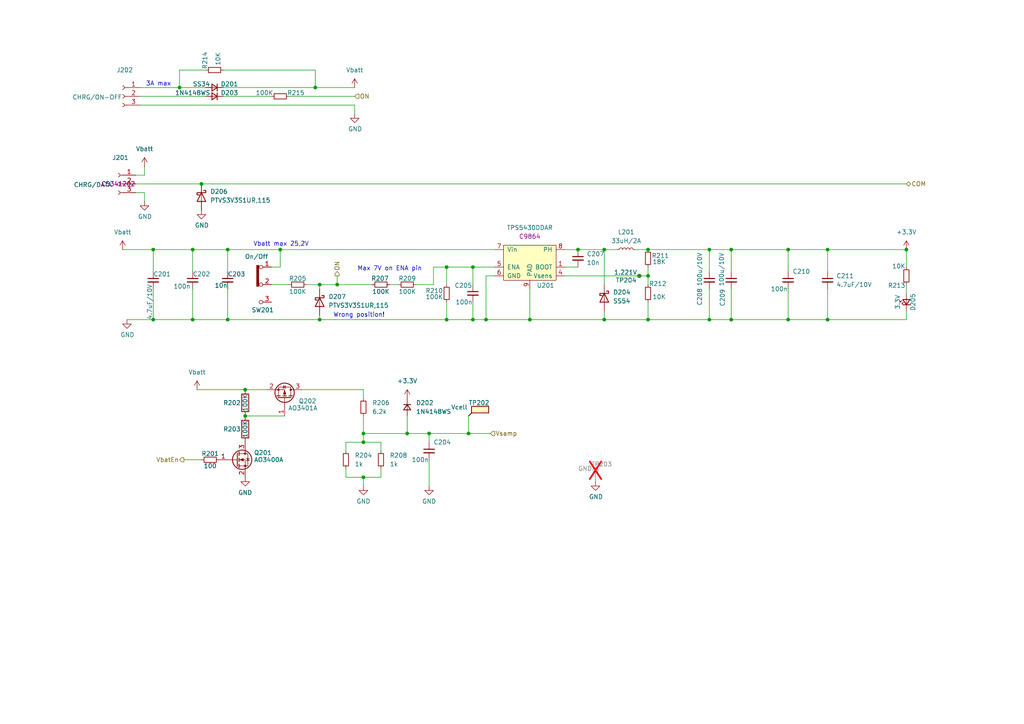
<source format=kicad_sch>
(kicad_sch (version 20241209) (generator "eeschema") (generator_version "9.0")
  (paper "A4")
  (lib_symbols
    (symbol "+3.3V_1" (power) (pin_numbers (hide yes)) (pin_names (offset 0) (hide yes))
      (property "Value" "+3.3V" (at 0 3.556 0))
      (symbol "+3.3V_1_0_1"
        (polyline (pts (xy -0.762 1.27) (xy 0 2.54)))
        (polyline (pts (xy 0 2.54) (xy 0.762 1.27)))
        (polyline (pts (xy 0 0) (xy 0 2.54)))
      )
      (symbol "+3.3V_1_1_1"
        (pin power_in line (at 0 0 90) (length 0) (name "~") (number "1"))
      )
    )
    (symbol "Connector:Conn_01x03_Socket" (pin_names (offset 1.016) (hide yes))
      (property "Reference" "J" (at 0 5.08 0))
      (property "Value" "Conn_01x03_Socket" (at 0 -5.08 0))
      (symbol "Conn_01x03_Socket_1_1"
        (polyline (pts (xy -1.27 2.54) (xy -0.508 2.54)) (stroke (width 0.1524)))
        (polyline (pts (xy -1.27 0) (xy -0.508 0)) (stroke (width 0.1524)))
        (polyline (pts (xy -1.27 -2.54) (xy -0.508 -2.54)) (stroke (width 0.1524)))
        (arc (start 0 2.032) (mid -0.5058 2.54) (end 0 3.048) (stroke (width 0.1524)))
        (arc (start 0 -0.508) (mid -0.5058 0) (end 0 0.508) (stroke (width 0.1524)))
        (arc (start 0 -3.048) (mid -0.5058 -2.54) (end 0 -2.032) (stroke (width 0.1524)))
        (pin passive line (at -5.08 2.54 0) (length 3.81) (name "Pin_1") (number "1"))
        (pin passive line (at -5.08 0 0) (length 3.81) (name "Pin_2") (number "2"))
        (pin passive line (at -5.08 -2.54 0) (length 3.81) (name "Pin_3") (number "3"))
      )
    )
    (symbol "Connector:TestPoint" (pin_numbers (hide yes)) (pin_names (offset 0.762) (hide yes))
      (property "Reference" "TP" (at 0 6.858 0))
      (property "Value" "TestPoint" (at 0 5.08 0))
      (symbol "TestPoint_0_1"
        (circle (center 0 3.302) (radius 0.762))
      )
      (symbol "TestPoint_1_1"
        (pin passive line (at 0 0 90) (length 2.54) (name "1") (number "1"))
      )
    )
    (symbol "Connector:TestPoint_Flag" (pin_numbers (hide yes)) (pin_names (offset 0.762) (hide yes))
      (property "Reference" "TP" (at 3.429 1.778 0))
      (property "Value" "TestPoint_Flag" (at 3.302 4.191 0))
      (symbol "TestPoint_Flag_0_1"
        (polyline (pts (xy 0 0) (xy 0.889 0.889)) (stroke (width 0.254)))
        (rectangle (start 0.889 2.794) (end 5.842 0.889) (stroke (width 0.254)) (fill (type background)))
      )
      (symbol "TestPoint_Flag_1_1"
        (pin passive line (at 0 0 90) (length 0) (name "1") (number "1"))
      )
    )
    (symbol "Connector:TestPoint_Small" (pin_numbers (hide yes)) (pin_names (offset 0.762) (hide yes))
      (property "Reference" "TP" (at 0 3.81 0))
      (property "Value" "TestPoint_Small" (at 0 2.032 0))
      (symbol "TestPoint_Small_0_1"
        (circle (center 0 0) (radius 0.508))
      )
      (symbol "TestPoint_Small_1_1"
        (pin passive line (at 0 0 90) (length 0) (name "1") (number "1"))
      )
    )
    (symbol "Device:C_Small" (pin_numbers (hide yes)) (pin_names (offset 0.254) (hide yes))
      (property "Reference" "C" (at 0.254 1.778 0))
      (property "Value" "C_Small" (at 0.254 -2.032 0))
      (symbol "C_Small_0_1"
        (polyline (pts (xy -1.524 0.508) (xy 1.524 0.508)) (stroke (width 0.3048)))
        (polyline (pts (xy -1.524 -0.508) (xy 1.524 -0.508)) (stroke (width 0.3302)))
      )
      (symbol "C_Small_1_1"
        (pin passive line (at 0 2.54 270) (length 2.032) (name "~") (number "1"))
        (pin passive line (at 0 -2.54 90) (length 2.032) (name "~") (number "2"))
      )
    )
    (symbol "Device:D_Schottky" (pin_numbers (hide yes)) (pin_names (offset 1.016) (hide yes))
      (property "Reference" "D" (at 0 2.54 0))
      (property "Value" "D_Schottky" (at 0 -2.54 0))
      (symbol "D_Schottky_0_1"
        (polyline (pts (xy -1.905 0.635) (xy -1.905 1.27) (xy -1.27 1.27) (xy -1.27 -1.27) (xy -0.635 -1.27) (xy -0.635 -0.635)) (stroke (width 0.254)))
        (polyline (pts (xy 1.27 1.27) (xy 1.27 -1.27) (xy -1.27 0) (xy 1.27 1.27)) (stroke (width 0.254)))
        (polyline (pts (xy 1.27 0) (xy -1.27 0)))
      )
      (symbol "D_Schottky_1_1"
        (pin passive line (at -3.81 0 0) (length 2.54) (name "K") (number "1"))
        (pin passive line (at 3.81 0 180) (length 2.54) (name "A") (number "2"))
      )
    )
    (symbol "Device:D_Small" (pin_numbers (hide yes)) (pin_names (offset 0.254) (hide yes))
      (property "Reference" "D" (at -1.27 2.032 0))
      (property "Value" "D_Small" (at -3.81 -2.032 0))
      (symbol "D_Small_0_1"
        (polyline (pts (xy -0.762 0) (xy 0.762 0)))
        (polyline (pts (xy -0.762 -1.016) (xy -0.762 1.016)) (stroke (width 0.254)))
        (polyline (pts (xy 0.762 -1.016) (xy -0.762 0) (xy 0.762 1.016) (xy 0.762 -1.016)) (stroke (width 0.254)))
      )
      (symbol "D_Small_1_1"
        (pin passive line (at -2.54 0 0) (length 1.778) (name "K") (number "1"))
        (pin passive line (at 2.54 0 180) (length 1.778) (name "A") (number "2"))
      )
    )
    (symbol "Device:LED_Small" (pin_numbers (hide yes)) (pin_names (offset 0.254) (hide yes))
      (property "Reference" "D" (at -1.27 3.175 0))
      (property "Value" "LED_Small" (at -4.445 -2.54 0))
      (symbol "LED_Small_0_1"
        (polyline (pts (xy -0.762 -1.016) (xy -0.762 1.016)) (stroke (width 0.254)))
        (polyline (pts (xy 0 0.762) (xy -0.508 1.27) (xy -0.254 1.27) (xy -0.508 1.27) (xy -0.508 1.016)))
        (polyline (pts (xy 0.508 1.27) (xy 0 1.778) (xy 0.254 1.778) (xy 0 1.778) (xy 0 1.524)))
        (polyline (pts (xy 0.762 -1.016) (xy -0.762 0) (xy 0.762 1.016) (xy 0.762 -1.016)) (stroke (width 0.254)))
        (polyline (pts (xy 1.016 0) (xy -0.762 0)))
      )
      (symbol "LED_Small_1_1"
        (pin passive line (at -2.54 0 0) (length 1.778) (name "K") (number "1"))
        (pin passive line (at 2.54 0 180) (length 1.778) (name "A") (number "2"))
      )
    )
    (symbol "Device:L_Small" (pin_numbers (hide yes)) (pin_names (offset 0.254) (hide yes))
      (property "Reference" "L" (at 0.762 1.016 0))
      (property "Value" "L_Small" (at 0.762 -1.016 0))
      (symbol "L_Small_0_1"
        (arc (start 0 2.032) (mid 0.5058 1.524) (end 0 1.016))
        (arc (start 0 1.016) (mid 0.5058 0.508) (end 0 0))
        (arc (start 0 0) (mid 0.5058 -0.508) (end 0 -1.016))
        (arc (start 0 -1.016) (mid 0.5058 -1.524) (end 0 -2.032))
      )
      (symbol "L_Small_1_1"
        (pin passive line (at 0 2.54 270) (length 0.508) (name "~") (number "1"))
        (pin passive line (at 0 -2.54 90) (length 0.508) (name "~") (number "2"))
      )
    )
    (symbol "Device:R" (pin_numbers (hide yes)) (pin_names (offset 0))
      (property "Reference" "R" (at 2.032 0 90))
      (property "Value" "R" (at 0 0 90))
      (symbol "R_0_1"
        (rectangle (start -1.016 -2.54) (end 1.016 2.54) (stroke (width 0.254)))
      )
      (symbol "R_1_1"
        (pin passive line (at 0 3.81 270) (length 1.27) (name "~") (number "1"))
        (pin passive line (at 0 -3.81 90) (length 1.27) (name "~") (number "2"))
      )
    )
    (symbol "Device:R_Small" (pin_numbers (hide yes)) (pin_names (offset 0.254) (hide yes))
      (property "Reference" "R" (at 0.762 0.508 0))
      (property "Value" "R_Small" (at 0.762 -1.016 0))
      (symbol "R_Small_0_1"
        (rectangle (start -0.762 1.778) (end 0.762 -1.778) (stroke (width 0.2032)))
      )
      (symbol "R_Small_1_1"
        (pin passive line (at 0 2.54 270) (length 0.762) (name "~") (number "1"))
        (pin passive line (at 0 -2.54 90) (length 0.762) (name "~") (number "2"))
      )
    )
    (symbol "Diode:BAT43W-V" (pin_numbers (hide yes)) (pin_names (offset 1.016) (hide yes))
      (property "Reference" "D" (at 0 2.54 0))
      (property "Value" "BAT43W-V" (at 0 -2.54 0))
      (symbol "BAT43W-V_0_1"
        (polyline (pts (xy -1.905 0.635) (xy -1.905 1.27) (xy -1.27 1.27) (xy -1.27 -1.27) (xy -0.635 -1.27) (xy -0.635 -0.635)) (stroke (width 0.254)))
        (polyline (pts (xy 1.27 1.27) (xy 1.27 -1.27) (xy -1.27 0) (xy 1.27 1.27)) (stroke (width 0.254)))
        (polyline (pts (xy 1.27 0) (xy -1.27 0)))
      )
      (symbol "BAT43W-V_1_1"
        (pin passive line (at -3.81 0 0) (length 2.54) (name "K") (number "1"))
        (pin passive line (at 3.81 0 180) (length 2.54) (name "A") (number "2"))
      )
    )
    (symbol "NicE:SW_slide_SP"
      (property "Reference" "SW" (at 1.524 6.858 0))
      (property "Value" "?" (at 2.54 0 0))
      (symbol "SW_slide_SP_0_0"
        (circle (center 0.508 5.08) (radius 0.508))
        (circle (center 0.508 -5.08) (radius 0.508))
      )
      (symbol "SW_slide_SP_0_1"
        (circle (center 0.508 0) (radius 0.508))
      )
      (symbol "SW_slide_SP_1_1"
        (rectangle (start 1.143 5.588) (end 1.778 -0.508) (fill (type outline)))
        (pin passive line (at -2.54 5.08 0) (length 2.54) (name "") (number "1"))
        (pin passive line (at -2.54 0 0) (length 2.54) (name "") (number "2"))
        (pin passive line (at -2.54 -5.08 0) (length 2.54) (name "") (number "3"))
      )
    )
    (symbol "NicE:TPS5430DDAR" (pin_names (offset 1.016))
      (property "Reference" "U" (at -6.35 6.35 0))
      (property "Value" "TPS5430DDAR" (at 0 1.27 0))
      (property "LCSC" "C9864" (at 0 0 0))
      (symbol "TPS5430DDAR_0_1"
        (rectangle (start 7.62 -5.08) (end -7.62 5.08) (fill (type background)))
      )
      (symbol "TPS5430DDAR_1_1"
        (pin power_in line (at -10.16 3.81 0) (length 2.54) (name "Vin") (number "7"))
        (pin input line (at -10.16 -1.27 0) (length 2.54) (name "ENA") (number "5"))
        (pin passive line (at -10.16 -3.81 0) (length 2.54) (name "GND") (number "6"))
        (pin passive line (at 0 -7.62 90) (length 2.54) (name "PAD") (number "9"))
        (pin no_connect line (at 1.27 -7.62 0) (length 2.54) (hide yes) (name "NC") (number "2"))
        (pin no_connect line (at 1.27 -10.16 0) (length 2.54) (hide yes) (name "NC") (number "3"))
        (pin power_out line (at 10.16 3.81 180) (length 2.54) (name "PH") (number "8"))
        (pin input line (at 10.16 -1.27 180) (length 2.54) (name "BOOT") (number "1"))
        (pin input line (at 10.16 -3.81 180) (length 2.54) (name "Vsens") (number "4"))
      )
    )
    (symbol "Transistor_FET:2N7002" (pin_names (hide yes))
      (property "Reference" "Q" (at 5.08 1.905 0))
      (property "Value" "2N7002" (at 5.08 0 0))
      (symbol "2N7002_0_1"
        (polyline (pts (xy 0.254 1.905) (xy 0.254 -1.905)) (stroke (width 0.254)))
        (polyline (pts (xy 0.254 0) (xy -2.54 0)))
        (polyline (pts (xy 0.762 2.286) (xy 0.762 1.27)) (stroke (width 0.254)))
        (polyline (pts (xy 0.762 0.508) (xy 0.762 -0.508)) (stroke (width 0.254)))
        (polyline (pts (xy 0.762 -1.27) (xy 0.762 -2.286)) (stroke (width 0.254)))
        (polyline (pts (xy 0.762 -1.778) (xy 3.302 -1.778) (xy 3.302 1.778) (xy 0.762 1.778)))
        (polyline (pts (xy 1.016 0) (xy 2.032 0.381) (xy 2.032 -0.381) (xy 1.016 0)) (fill (type outline)))
        (circle (center 1.651 0) (radius 2.794) (stroke (width 0.254)))
        (polyline (pts (xy 2.54 2.54) (xy 2.54 1.778)))
        (circle (center 2.54 1.778) (radius 0.254) (fill (type outline)))
        (circle (center 2.54 -1.778) (radius 0.254) (fill (type outline)))
        (polyline (pts (xy 2.54 -2.54) (xy 2.54 0) (xy 0.762 0)))
        (polyline (pts (xy 2.794 0.508) (xy 2.921 0.381) (xy 3.683 0.381) (xy 3.81 0.254)))
        (polyline (pts (xy 3.302 0.381) (xy 2.921 -0.254) (xy 3.683 -0.254) (xy 3.302 0.381)))
      )
      (symbol "2N7002_1_1"
        (pin input line (at -5.08 0 0) (length 2.54) (name "G") (number "1"))
        (pin passive line (at 2.54 5.08 270) (length 2.54) (name "D") (number "3"))
        (pin passive line (at 2.54 -5.08 90) (length 2.54) (name "S") (number "2"))
      )
    )
    (symbol "Transistor_FET:AO3401A" (pin_names (hide yes))
      (property "Reference" "Q" (at 5.08 1.905 0))
      (property "Value" "AO3401A" (at 5.08 0 0))
      (symbol "AO3401A_0_1"
        (polyline (pts (xy 0.254 1.905) (xy 0.254 -1.905)) (stroke (width 0.254)))
        (polyline (pts (xy 0.254 0) (xy -2.54 0)))
        (polyline (pts (xy 0.762 2.286) (xy 0.762 1.27)) (stroke (width 0.254)))
        (polyline (pts (xy 0.762 1.778) (xy 3.302 1.778) (xy 3.302 -1.778) (xy 0.762 -1.778)))
        (polyline (pts (xy 0.762 0.508) (xy 0.762 -0.508)) (stroke (width 0.254)))
        (polyline (pts (xy 0.762 -1.27) (xy 0.762 -2.286)) (stroke (width 0.254)))
        (circle (center 1.651 0) (radius 2.794) (stroke (width 0.254)))
        (polyline (pts (xy 2.286 0) (xy 1.27 0.381) (xy 1.27 -0.381) (xy 2.286 0)) (fill (type outline)))
        (polyline (pts (xy 2.54 2.54) (xy 2.54 1.778)))
        (circle (center 2.54 1.778) (radius 0.254) (fill (type outline)))
        (circle (center 2.54 -1.778) (radius 0.254) (fill (type outline)))
        (polyline (pts (xy 2.54 -2.54) (xy 2.54 0) (xy 0.762 0)))
        (polyline (pts (xy 2.794 -0.508) (xy 2.921 -0.381) (xy 3.683 -0.381) (xy 3.81 -0.254)))
        (polyline (pts (xy 3.302 -0.381) (xy 2.921 0.254) (xy 3.683 0.254) (xy 3.302 -0.381)))
      )
      (symbol "AO3401A_1_1"
        (pin input line (at -5.08 0 0) (length 2.54) (name "G") (number "1"))
        (pin passive line (at 2.54 5.08 270) (length 2.54) (name "D") (number "3"))
        (pin passive line (at 2.54 -5.08 90) (length 2.54) (name "S") (number "2"))
      )
    )
    (symbol "power:+3.3V" (power) (pin_names (offset 0))
      (property "Value" "+3.3V" (at 0 3.556 0))
      (symbol "+3.3V_0_1"
        (polyline (pts (xy -0.762 1.27) (xy 0 2.54)))
        (polyline (pts (xy 0 2.54) (xy 0.762 1.27)))
        (polyline (pts (xy 0 0) (xy 0 2.54)))
      )
      (symbol "+3.3V_1_1"
        (pin power_in line (at 0 0 90) (length 0) (hide yes) (name "+3.3V") (number "1"))
      )
    )
    (symbol "power:GND" (power) (pin_names (offset 0))
      (property "Value" "GND" (at 0 -3.81 0))
      (symbol "GND_0_1"
        (polyline (pts (xy 0 0) (xy 0 -1.27) (xy 1.27 -1.27) (xy 0 -2.54) (xy -1.27 -1.27) (xy 0 -1.27)))
      )
      (symbol "GND_1_1"
        (pin power_in line (at 0 0 270) (length 0) (hide yes) (name "GND") (number "1"))
      )
    )
  )
  (text "Max 7V on ENA pin" (at 113.03 77.978 0) (effects (font (size 1.27 1.27))))
  (text "Wrong position!" (at 104.14 91.44 0) (effects (font (size 1.27 1.27))))
  (text "Vbatt max 25,2V" (at 81.534 70.866 0) (effects (font (size 1.27 1.27))))
  (text "3A max" (at 45.974 24.384 0) (effects (font (size 1.27 1.27))))
  (junction (at 92.71 92.71))
  (junction (at 55.88 92.71))
  (junction (at 228.6 92.71))
  (junction (at 52.07 25.4))
  (junction (at 167.64 72.39))
  (junction (at 129.54 77.47))
  (junction (at 129.54 92.71))
  (junction (at 187.96 92.71))
  (junction (at 205.74 72.39))
  (junction (at 228.6 72.39))
  (junction (at 135.89 125.73))
  (junction (at 187.96 72.39))
  (junction (at 44.45 92.71))
  (junction (at 187.96 80.01))
  (junction (at 205.74 92.71))
  (junction (at 175.26 72.39))
  (junction (at 97.79 82.55))
  (junction (at 262.89 72.39))
  (junction (at 71.12 113.03))
  (junction (at 44.45 72.39))
  (junction (at 140.97 92.71))
  (junction (at 118.11 125.73))
  (junction (at 240.03 72.39))
  (junction (at 55.88 72.39))
  (junction (at 105.41 125.73))
  (junction (at 66.04 92.71))
  (junction (at 153.67 92.71))
  (junction (at 92.71 82.55))
  (junction (at 175.26 92.71))
  (junction (at 185.42 80.01))
  (junction (at 91.44 25.4))
  (junction (at 66.04 72.39))
  (junction (at 81.28 72.39))
  (junction (at 212.09 92.71))
  (junction (at 240.03 92.71))
  (junction (at 137.16 92.71))
  (junction (at 124.46 125.73))
  (junction (at 212.09 72.39))
  (junction (at 105.41 128.27))
  (junction (at 58.42 53.34))
  (junction (at 71.12 120.65))
  (junction (at 137.16 77.47))
  (junction (at 105.41 138.43))
  (wire (pts (xy 153.67 83.82) (xy 153.67 92.71)))
  (wire (pts (xy 58.42 53.34) (xy 262.89 53.34)))
  (wire (pts (xy 64.77 20.32) (xy 91.44 20.32)))
  (wire (pts (xy 55.88 72.39) (xy 66.04 72.39)))
  (wire (pts (xy 40.64 27.94) (xy 59.69 27.94)))
  (wire (pts (xy 228.6 92.71) (xy 228.6 83.82)))
  (wire (pts (xy 140.97 80.01) (xy 140.97 92.71)))
  (wire (pts (xy 187.96 77.47) (xy 187.96 80.01)))
  (wire (pts (xy 212.09 83.82) (xy 212.09 92.71)))
  (wire (pts (xy 40.64 30.48) (xy 102.87 30.48)))
  (wire (pts (xy 36.83 92.71) (xy 44.45 92.71)))
  (wire (pts (xy 53.34 133.35) (xy 58.42 133.35)))
  (wire (pts (xy 120.65 82.55) (xy 125.73 82.55)))
  (wire (pts (xy 240.03 72.39) (xy 240.03 78.74)))
  (wire (pts (xy 205.74 72.39) (xy 205.74 78.74)))
  (wire (pts (xy 124.46 133.35) (xy 124.46 140.97)))
  (wire (pts (xy 52.07 25.4) (xy 59.69 25.4)))
  (wire (pts (xy 78.74 82.55) (xy 83.82 82.55)))
  (wire (pts (xy 262.89 82.55) (xy 262.89 85.09)))
  (wire (pts (xy 44.45 83.82) (xy 44.45 92.71)))
  (wire (pts (xy 64.77 27.94) (xy 78.74 27.94)))
  (wire (pts (xy 52.07 20.32) (xy 52.07 25.4)))
  (wire (pts (xy 184.15 72.39) (xy 187.96 72.39)))
  (wire (pts (xy 175.26 90.17) (xy 175.26 92.71)))
  (wire (pts (xy 102.87 30.48) (xy 102.87 33.02)))
  (wire (pts (xy 81.28 72.39) (xy 81.28 77.47)))
  (wire (pts (xy 135.89 125.73) (xy 142.24 125.73)))
  (wire (pts (xy 110.49 135.89) (xy 110.49 138.43)))
  (wire (pts (xy 41.91 50.8) (xy 41.91 48.26)))
  (wire (pts (xy 110.49 130.81) (xy 110.49 128.27)))
  (wire (pts (xy 105.41 138.43) (xy 100.33 138.43)))
  (wire (pts (xy 175.26 72.39) (xy 179.07 72.39)))
  (wire (pts (xy 91.44 25.4) (xy 102.87 25.4)))
  (wire (pts (xy 205.74 72.39) (xy 212.09 72.39)))
  (wire (pts (xy 167.64 72.39) (xy 163.83 72.39)))
  (wire (pts (xy 100.33 135.89) (xy 100.33 138.43)))
  (wire (pts (xy 167.64 72.39) (xy 175.26 72.39)))
  (wire (pts (xy 129.54 92.71) (xy 137.16 92.71)))
  (wire (pts (xy 71.12 120.65) (xy 82.55 120.65)))
  (wire (pts (xy 129.54 77.47) (xy 129.54 82.55)))
  (wire (pts (xy 212.09 72.39) (xy 228.6 72.39)))
  (wire (pts (xy 97.79 80.01) (xy 97.79 82.55)))
  (wire (pts (xy 35.56 72.39) (xy 44.45 72.39)))
  (wire (pts (xy 66.04 83.82) (xy 66.04 92.71)))
  (wire (pts (xy 44.45 92.71) (xy 55.88 92.71)))
  (wire (pts (xy 105.41 138.43) (xy 110.49 138.43)))
  (wire (pts (xy 137.16 77.47) (xy 143.51 77.47)))
  (wire (pts (xy 187.96 72.39) (xy 205.74 72.39)))
  (wire (pts (xy 91.44 20.32) (xy 91.44 25.4)))
  (wire (pts (xy 113.03 82.55) (xy 115.57 82.55)))
  (wire (pts (xy 118.11 125.73) (xy 124.46 125.73)))
  (wire (pts (xy 105.41 138.43) (xy 105.41 140.97)))
  (wire (pts (xy 124.46 125.73) (xy 124.46 128.27)))
  (wire (pts (xy 39.37 53.34) (xy 58.42 53.34)))
  (wire (pts (xy 87.63 113.03) (xy 105.41 113.03)))
  (wire (pts (xy 228.6 72.39) (xy 240.03 72.39)))
  (wire (pts (xy 125.73 77.47) (xy 129.54 77.47)))
  (wire (pts (xy 40.64 25.4) (xy 52.07 25.4)))
  (wire (pts (xy 64.77 25.4) (xy 91.44 25.4)))
  (wire (pts (xy 187.96 92.71) (xy 187.96 87.63)))
  (wire (pts (xy 92.71 82.55) (xy 92.71 83.82)))
  (wire (pts (xy 92.71 82.55) (xy 97.79 82.55)))
  (wire (pts (xy 240.03 83.82) (xy 240.03 92.71)))
  (wire (pts (xy 97.79 82.55) (xy 107.95 82.55)))
  (wire (pts (xy 59.69 20.32) (xy 52.07 20.32)))
  (wire (pts (xy 39.37 55.88) (xy 41.91 55.88)))
  (wire (pts (xy 228.6 72.39) (xy 228.6 78.74)))
  (wire (pts (xy 187.96 92.71) (xy 205.74 92.71)))
  (wire (pts (xy 212.09 72.39) (xy 212.09 78.74)))
  (wire (pts (xy 83.82 27.94) (xy 102.87 27.94)))
  (wire (pts (xy 205.74 83.82) (xy 205.74 92.71)))
  (wire (pts (xy 185.42 80.01) (xy 187.96 80.01)))
  (wire (pts (xy 262.89 92.71) (xy 240.03 92.71)))
  (wire (pts (xy 81.28 72.39) (xy 143.51 72.39)))
  (wire (pts (xy 44.45 72.39) (xy 44.45 78.74)))
  (wire (pts (xy 44.45 72.39) (xy 55.88 72.39)))
  (wire (pts (xy 129.54 77.47) (xy 137.16 77.47)))
  (wire (pts (xy 92.71 92.71) (xy 129.54 92.71)))
  (wire (pts (xy 66.04 72.39) (xy 81.28 72.39)))
  (wire (pts (xy 110.49 128.27) (xy 105.41 128.27)))
  (wire (pts (xy 163.83 77.47) (xy 167.64 77.47)))
  (wire (pts (xy 92.71 91.44) (xy 92.71 92.71)))
  (wire (pts (xy 71.12 113.03) (xy 77.47 113.03)))
  (wire (pts (xy 124.46 125.73) (xy 135.89 125.73)))
  (wire (pts (xy 137.16 92.71) (xy 140.97 92.71)))
  (wire (pts (xy 118.11 120.65) (xy 118.11 125.73)))
  (wire (pts (xy 66.04 72.39) (xy 66.04 78.74)))
  (wire (pts (xy 129.54 87.63) (xy 129.54 92.71)))
  (wire (pts (xy 137.16 87.63) (xy 137.16 92.71)))
  (wire (pts (xy 240.03 72.39) (xy 262.89 72.39)))
  (wire (pts (xy 105.41 125.73) (xy 105.41 128.27)))
  (wire (pts (xy 55.88 92.71) (xy 66.04 92.71)))
  (wire (pts (xy 66.04 92.71) (xy 92.71 92.71)))
  (wire (pts (xy 175.26 82.55) (xy 175.26 72.39)))
  (wire (pts (xy 100.33 128.27) (xy 100.33 130.81)))
  (wire (pts (xy 41.91 55.88) (xy 41.91 58.42)))
  (wire (pts (xy 125.73 77.47) (xy 125.73 82.55)))
  (wire (pts (xy 140.97 92.71) (xy 153.67 92.71)))
  (wire (pts (xy 175.26 92.71) (xy 187.96 92.71)))
  (wire (pts (xy 205.74 92.71) (xy 212.09 92.71)))
  (wire (pts (xy 137.16 77.47) (xy 137.16 82.55)))
  (wire (pts (xy 187.96 80.01) (xy 187.96 82.55)))
  (wire (pts (xy 57.15 113.03) (xy 71.12 113.03)))
  (wire (pts (xy 78.74 77.47) (xy 81.28 77.47)))
  (wire (pts (xy 143.51 80.01) (xy 140.97 80.01)))
  (wire (pts (xy 212.09 92.71) (xy 228.6 92.71)))
  (wire (pts (xy 88.9 82.55) (xy 92.71 82.55)))
  (wire (pts (xy 105.41 113.03) (xy 105.41 115.57)))
  (wire (pts (xy 55.88 72.39) (xy 55.88 78.74)))
  (wire (pts (xy 228.6 92.71) (xy 240.03 92.71)))
  (wire (pts (xy 55.88 83.82) (xy 55.88 92.71)))
  (wire (pts (xy 105.41 125.73) (xy 118.11 125.73)))
  (wire (pts (xy 105.41 120.65) (xy 105.41 125.73)))
  (wire (pts (xy 262.89 72.39) (xy 262.89 77.47)))
  (wire (pts (xy 41.91 50.8) (xy 39.37 50.8)))
  (wire (pts (xy 153.67 92.71) (xy 175.26 92.71)))
  (wire (pts (xy 105.41 128.27) (xy 100.33 128.27)))
  (wire (pts (xy 135.89 120.65) (xy 135.89 125.73)))
  (wire (pts (xy 163.83 80.01) (xy 185.42 80.01)))
  (wire (pts (xy 262.89 90.17) (xy 262.89 92.71)))
  (hierarchical_label "ON" (shape input) (at 102.87 27.94 0))
  (hierarchical_label "COM" (shape bidirectional) (at 262.89 53.34 0))
  (hierarchical_label "ON" (shape output) (at 97.79 80.01 90))
  (hierarchical_label "VbatEn" (shape output) (at 53.34 133.35 180))
  (hierarchical_label "Vsamp" (shape input) (at 142.24 125.73 0))
  (symbol (lib_id "Device:R_Small") (at 118.11 82.55 270) (mirror x) (unit 1)
    (property "Reference" "R209" (at 115.57 80.772 90) (effects (justify left)))
    (property "Value" "100K" (at 115.57 84.582 90) (effects (justify left)))
    (property "Footprint" "A_Device:R_0603" (effects (hide yes)))
    (property "Description" "Resistor, small symbol" (effects (hide yes)))
    (property "LCSC" "C25804" (effects (hide yes)))
  )
  (symbol (lib_id "Device:R_Small") (at 86.36 82.55 90) (mirror x) (unit 1)
    (property "Reference" "R205" (at 88.9 80.772 90) (effects (justify left)))
    (property "Value" "100K" (at 88.9 84.582 90) (effects (justify left)))
    (property "Footprint" "A_Device:R_0603" (effects (hide yes)))
    (property "Description" "Resistor, small symbol" (effects (hide yes)))
    (property "LCSC" "C25804" (effects (hide yes)))
  )
  (symbol (lib_id "Device:C_Small") (at 55.88 81.28 0) (unit 1)
    (property "Reference" "C202" (at 55.88 79.502 0) (effects (justify left)))
    (property "Value" "100n" (at 50.292 83.058 0) (effects (justify left)))
    (property "Footprint" "A_Device:C_0603" (effects (hide yes)))
    (property "LCSC" "C14663" (effects (hide yes)))
  )
  (symbol (lib_id "Device:R_Small") (at 60.96 133.35 270) (unit 1)
    (property "Reference" "R201" (at 60.96 131.572 90))
    (property "Value" "100" (at 60.96 135.128 90))
    (property "Footprint" "A_Device:R_0603" (effects (hide yes)))
    (property "Description" "Resistor, small symbol" (effects (hide yes)))
    (property "LCSC" "C22775" (effects (hide yes)))
  )
  (symbol (lib_id "Transistor_FET:2N7002") (at 68.58 133.35 0) (unit 1)
    (property "Reference" "Q201" (at 73.66 131.318 0) (effects (justify left)))
    (property "Value" "AO3400A" (at 73.66 133.35 0) (effects (justify left)))
    (property "Footprint" "Package_TO_SOT_SMD:SOT-23" (effects (hide yes)))
    (property "Datasheet" "https://wmsc.lcsc.com/wmsc/upload/file/pdf/v2/lcsc/1811081213_Alpha---Omega-Semicon-AO3400A_C20917.pdf" (effects (hide yes)))
    (property "Description" "5.7A Id, 30V Vds, N-Channel MOSFET, SOT-23" (effects (hide yes)))
    (property "LCSC" "C20917" (effects (hide yes)))
  )
  (symbol (lib_id "Device:C_Small") (at 212.09 81.28 0) (unit 1)
    (property "Reference" "C209" (at 209.55 88.9 90) (effects (justify left)))
    (property "Value" "100u/10V" (at 209.296 83.058 90) (effects (justify left)))
    (property "Footprint" "Capacitor_SMD:C_1210_3225Metric" (effects (hide yes)))
    (property "LCSC" "C23742" (effects (hide yes)))
  )
  (symbol (lib_id "Device:D_Small") (at 62.23 27.94 180) (unit 1)
    (property "Reference" "D203" (at 66.548 26.924 0))
    (property "Value" "1N4148WS" (at 55.88 26.924 0))
    (property "Footprint" "A_Device:D_SOD-323_1.8x1.4x1.15" (effects (hide yes)))
    (property "Sim.Device" "D" (effects (hide yes)))
    (property "Sim.Pins" "1=K 2=A" (effects (hide yes)))
    (property "LCSC" "C2128" (effects (hide yes)))
  )
  (symbol (lib_id "Device:R_Small") (at 187.96 85.09 0) (unit 1)
    (property "Reference" "R212" (at 188.214 82.296 0) (effects (justify left)))
    (property "Value" "10K" (at 189.23 86.106 0) (effects (justify left)))
    (property "Footprint" "A_Device:R_0603" (effects (hide yes)))
    (property "Description" "Resistor, small symbol" (effects (hide yes)))
    (property "LCSC" "C25804" (effects (hide yes)))
  )
  (symbol (lib_id "Diode:BAT43W-V") (at 58.42 57.15 270) (unit 1)
    (property "Reference" "D206" (at 60.96 55.5624 90) (effects (justify left)))
    (property "Value" "PTVS3V3S1UR,115" (at 60.96 58.1024 90) (effects (justify left)))
    (property "Footprint" "Diode_SMD:D_SOD-123" (effects (hide yes)))
    (property "Datasheet" "chrome-extension://efaidnbmnnnibpcajpcglclefindmkaj/https://jlcpcb.com/api/file/downloadByFileSystemAccessId/8588905453615398912" (effects (hide yes)))
    (property "Description" "400 W Transient Voltage Suppressor" (effects (hide yes)))
    (property "LCSC" "C183521" (effects (hide yes)))
  )
  (symbol (lib_id "Device:C_Small") (at 240.03 81.28 0) (unit 1)
    (property "Reference" "C211" (at 242.57 80.0162 0) (effects (justify left)))
    (property "Value" "4.7uF/10V" (at 242.57 82.5562 0) (effects (justify left)))
    (property "Footprint" "A_Device:C_1206_(1.6)" (effects (hide yes)))
    (property "Description" "Unpolarized capacitor, small symbol" (effects (hide yes)))
    (property "LCSC" "C29823" (effects (hide yes)))
  )
  (symbol (lib_id "Connector:TestPoint") (at 172.72 139.7 0) (unit 1) (dnp yes)
    (property "Reference" "TP203" (at 171.45 134.62 0) (effects (justify left)))
    (property "Value" "GND" (at 167.64 135.89 0) (effects (justify left)))
    (property "Footprint" "TestPoint:TestPoint_Loop_D2.54mm_Drill1.5mm_Beaded" (effects (hide yes)))
    (property "Farnell" "-" (effects (hide yes)))
  )
  (symbol (lib_id "power:GND") (at 102.87 33.02 0) (unit 1)
    (property "Reference" "#PWR0213" (effects (hide yes)))
    (property "Value" "GND" (at 102.997 37.4142 0))
  )
  (symbol (lib_id "Connector:TestPoint_Small") (at 185.42 80.01 0) (unit 1) (in_bom no)
    (property "Reference" "TP204" (at 178.562 81.28 0) (effects (justify left)))
    (property "Value" "1.221V" (at 178.054 78.994 0) (effects (justify left)))
    (property "Footprint" "A_Pads_Pins:Testpad_1" (effects (hide yes)))
    (property "Description" "test point" (effects (hide yes)))
  )
  (symbol (lib_name "+3.3V_1") (lib_id "power:+3.3V") (at 57.15 113.03 0) (unit 1)
    (property "Reference" "#PWR0205" (effects (hide yes)))
    (property "Value" "Vbatt" (at 57.15 107.95 0))
    (property "Description" "Power symbol creates a global label with name \"+3.3V\"" (effects (hide yes)))
  )
  (symbol (lib_id "Device:R_Small") (at 62.23 20.32 90) (unit 1)
    (property "Reference" "R214" (at 59.436 20.066 0) (effects (justify left)))
    (property "Value" "10K" (at 63.246 19.05 0) (effects (justify left)))
    (property "Footprint" "A_Device:R_0603" (effects (hide yes)))
    (property "Description" "Resistor, small symbol" (effects (hide yes)))
    (property "LCSC" "C25804" (effects (hide yes)))
  )
  (symbol (lib_id "Device:R_Small") (at 100.33 133.35 0) (unit 1)
    (property "Reference" "R204" (at 102.87 132.08 0) (effects (justify left)))
    (property "Value" "1k" (at 102.87 134.62 0) (effects (justify left)))
    (property "Footprint" "A_Device:R_0603" (effects (hide yes)))
    (property "LCSC" "C21190" (effects (hide yes)))
  )
  (symbol (lib_id "power:GND") (at 124.46 140.97 0) (unit 1)
    (property "Reference" "#PWR0209" (effects (hide yes)))
    (property "Value" "GND" (at 124.46 145.415 0))
  )
  (symbol (lib_id "Connector:Conn_01x03_Socket") (at 34.29 53.34 0) (mirror y) (unit 1)
    (property "Reference" "J201" (at 34.925 45.72 0))
    (property "Value" "CHRG/DATA" (at 26.924 53.594 0))
    (property "Footprint" "Connector_JST:JST_XH_B3B-XH-A_1x03_P2.50mm_Vertical" (effects (hide yes)))
    (property "Description" "Generic connector, single row, 01x03, script generated" (effects (hide yes)))
    (property "LCSC" "C5341202" (at 34.29 53.34 0))
  )
  (symbol (lib_id "Device:R_Small") (at 129.54 85.09 0) (mirror y) (unit 1)
    (property "Reference" "R210" (at 128.524 84.328 0) (effects (justify left)))
    (property "Value" "100K" (at 128.524 86.106 0) (effects (justify left)))
    (property "Footprint" "A_Device:R_0603" (effects (hide yes)))
    (property "Description" "Resistor, small symbol" (effects (hide yes)))
    (property "LCSC" "C25804" (effects (hide yes)))
  )
  (symbol (lib_id "Device:C_Small") (at 228.6 81.28 0) (unit 1)
    (property "Reference" "C210" (at 229.87 78.74 0) (effects (justify left)))
    (property "Value" "100n" (at 223.52 83.82 0) (effects (justify left)))
    (property "Footprint" "A_Device:C_0603" (effects (hide yes)))
    (property "LCSC" "C14663" (effects (hide yes)))
  )
  (symbol (lib_id "Device:C_Small") (at 205.74 81.28 0) (unit 1)
    (property "Reference" "C208" (at 202.946 88.646 90) (effects (justify left)))
    (property "Value" "100u/10V" (at 202.946 83.058 90) (effects (justify left)))
    (property "Footprint" "Capacitor_SMD:C_1210_3225Metric" (effects (hide yes)))
    (property "LCSC" "C23742" (effects (hide yes)))
  )
  (symbol (lib_id "Device:R_Small") (at 105.41 118.11 0) (unit 1)
    (property "Reference" "R206" (at 107.95 116.84 0) (effects (justify left)))
    (property "Value" "6.2k" (at 107.95 119.38 0) (effects (justify left)))
    (property "Footprint" "A_Device:R_0603" (effects (hide yes)))
    (property "LCSC" "C25804" (effects (hide yes)))
  )
  (symbol (lib_id "Device:C_Small") (at 137.16 85.09 0) (unit 1)
    (property "Reference" "C205" (at 131.826 82.804 0) (effects (justify left)))
    (property "Value" "100n" (at 132.08 87.63 0) (effects (justify left)))
    (property "Footprint" "A_Device:C_0603" (effects (hide yes)))
    (property "LCSC" "C14663" (effects (hide yes)))
  )
  (symbol (lib_id "power:GND") (at 36.83 92.71 0) (unit 1)
    (property "Reference" "#PWR0204" (effects (hide yes)))
    (property "Value" "GND" (at 36.957 97.1042 0))
  )
  (symbol (lib_id "Transistor_FET:AO3401A") (at 82.55 115.57 270) (mirror x) (unit 1)
    (property "Reference" "Q202" (at 86.614 116.332 90) (effects (justify left)))
    (property "Value" "AO3401A" (at 83.566 118.364 90) (effects (justify left)))
    (property "Footprint" "Package_TO_SOT_SMD:SOT-23" (effects (hide yes)))
    (property "Datasheet" "http://www.aosmd.com/pdfs/datasheet/AO3401A.pdf" (effects (hide yes)))
    (property "Description" "-4.0A Id, -30V Vds, P-Channel MOSFET, SOT-23" (effects (hide yes)))
    (property "LCSC" "C15127" (effects (hide yes)))
  )
  (symbol (lib_id "Device:R_Small") (at 110.49 82.55 90) (mirror x) (unit 1)
    (property "Reference" "R207" (at 112.776 80.772 90) (effects (justify left)))
    (property "Value" "100K" (at 113.03 84.582 90) (effects (justify left)))
    (property "Footprint" "A_Device:R_0603" (effects (hide yes)))
    (property "Description" "Resistor, small symbol" (effects (hide yes)))
    (property "LCSC" "C25804" (effects (hide yes)))
  )
  (symbol (lib_id "power:GND") (at 71.12 138.43 0) (unit 1)
    (property "Reference" "#PWR0206" (effects (hide yes)))
    (property "Value" "GND" (at 71.12 142.875 0))
  )
  (symbol (lib_id "NicE:TPS5430DDAR") (at 153.67 76.2 0) (unit 1)
    (property "Reference" "U201" (at 158.242 82.804 0))
    (property "Value" "TPS5430DDAR" (at 153.67 66.04 0))
    (property "Footprint" "Package_SO:HTSOP-8-1EP_3.9x4.9mm_P1.27mm_EP2.4x3.2mm_ThermalVias" (effects (hide yes)))
    (property "Datasheet" "https://datasheet.lcsc.com/szlcsc/Texas-Instruments-TI-TPS5430DDAR_C9864.pdf" (effects (hide yes)))
    (property "Description" "Wide range step down converter 5.5V tot 36V" (effects (hide yes)))
    (property "LCSC" "C9864" (at 153.67 68.58 0))
  )
  (symbol (lib_id "Device:LED_Small") (at 262.89 87.63 90) (unit 1)
    (property "Reference" "D205" (at 264.795 87.63 0))
    (property "Value" "3.3V" (at 260.35 87.63 0))
    (property "Footprint" "A_Passive:LED_0805" (effects (hide yes)))
    (property "Datasheet" "https://datasheet.lcsc.com/szlcsc/Hubei-KENTO-Elec-KT-0603R_C2286.pdf" (effects (hide yes)))
    (property "LCSC" "C2297" (effects (hide yes)))
  )
  (symbol (lib_name "+3.3V_1") (lib_id "power:+3.3V") (at 41.91 48.26 0) (unit 1)
    (property "Reference" "#PWR0201" (effects (hide yes)))
    (property "Value" "Vbatt" (at 41.91 43.18 0))
    (property "Description" "Power symbol creates a global label with name \"+3.3V\"" (effects (hide yes)))
  )
  (symbol (lib_id "power:GND") (at 105.41 140.97 0) (unit 1)
    (property "Reference" "#PWR0207" (effects (hide yes)))
    (property "Value" "GND" (at 105.41 145.415 0))
  )
  (symbol (lib_id "Device:R_Small") (at 187.96 74.93 0) (unit 1)
    (property "Reference" "R211" (at 188.976 74.168 0) (effects (justify left)))
    (property "Value" "18K" (at 189.23 75.946 0) (effects (justify left)))
    (property "Footprint" "A_Device:R_0603" (effects (hide yes)))
    (property "Description" "Resistor, small symbol" (effects (hide yes)))
    (property "LCSC" "C25810" (effects (hide yes)))
  )
  (symbol (lib_name "+3.3V_1") (lib_id "power:+3.3V") (at 102.87 25.4 0) (unit 1)
    (property "Reference" "#PWR0212" (effects (hide yes)))
    (property "Value" "Vbatt" (at 102.87 20.32 0))
    (property "Description" "Power symbol creates a global label with name \"+3.3V\"" (effects (hide yes)))
  )
  (symbol (lib_id "Device:R") (at 71.12 116.84 180) (unit 1)
    (property "Reference" "R202" (at 69.85 116.84 0) (effects (justify left)))
    (property "Value" "100K" (at 71.12 116.84 90))
    (property "Footprint" "A_Device:R_0603" (effects (hide yes)))
    (property "Farnell" "2331736" (effects (hide yes)))
    (property "MF" "TE CONNECTIVITY" (effects (hide yes)))
    (property "MFN" "CRGH0603F10K" (effects (hide yes)))
    (property "LCSC" "C25804" (effects (hide yes)))
  )
  (symbol (lib_id "Device:D_Schottky") (at 175.26 86.36 270) (unit 1)
    (property "Reference" "D204" (at 177.8 84.7724 90) (effects (justify left)))
    (property "Value" "SS54" (at 177.8 87.3124 90) (effects (justify left)))
    (property "Footprint" "Diode_SMD:D_SMA" (effects (hide yes)))
    (property "Datasheet" "https://www.lcsc.com/datasheet/lcsc_datasheet_2407101107_MDD-Microdiode-Semiconductor-SS54_C22452.pdf" (effects (hide yes)))
    (property "Description" "Schottky diode" (effects (hide yes)))
    (property "LCSC" "C22452" (effects (hide yes)))
  )
  (symbol (lib_id "Device:R_Small") (at 110.49 133.35 0) (unit 1)
    (property "Reference" "R208" (at 113.03 132.08 0) (effects (justify left)))
    (property "Value" "1k" (at 113.03 134.62 0) (effects (justify left)))
    (property "Footprint" "A_Device:R_0603" (effects (hide yes)))
    (property "LCSC" "C21190" (effects (hide yes)))
  )
  (symbol (lib_id "Device:R_Small") (at 262.89 80.01 180) (unit 1)
    (property "Reference" "R213" (at 262.636 82.804 0) (effects (justify left)))
    (property "Value" "10K" (at 262.636 77.216 0) (effects (justify left)))
    (property "Footprint" "A_Device:R_0603" (effects (hide yes)))
    (property "Description" "Resistor, small symbol" (effects (hide yes)))
    (property "LCSC" "C25804" (effects (hide yes)))
  )
  (symbol (lib_id "Connector:TestPoint_Flag") (at 135.89 120.65 0) (unit 1) (in_bom no)
    (property "Reference" "TP202" (at 135.89 116.84 0) (effects (justify left)))
    (property "Value" "Vcell" (at 130.81 118.11 0) (effects (justify left)))
    (property "Footprint" "A_Pads_Pins:Testpad_1" (effects (hide yes)))
  )
  (symbol (lib_id "Device:C_Small") (at 124.46 130.81 0) (unit 1)
    (property "Reference" "C204" (at 125.73 128.27 0) (effects (justify left)))
    (property "Value" "100n" (at 119.38 133.35 0) (effects (justify left)))
    (property "Footprint" "A_Device:C_0603" (effects (hide yes)))
    (property "LCSC" "C14663" (effects (hide yes)))
  )
  (symbol (lib_id "NicE:SW_slide_SP") (at 76.2 82.55 0) (mirror y) (unit 1)
    (property "Reference" "SW201" (at 76.2 89.916 0))
    (property "Value" "On/Off" (at 74.422 74.422 0))
    (property "Footprint" "A_Connector:Header_1x03_P2.54_Male" (effects (hide yes)))
    (property "LCSC" "C2937625" (effects (hide yes)))
  )
  (symbol (lib_id "Connector:Conn_01x03_Socket") (at 35.56 27.94 0) (mirror y) (unit 1)
    (property "Reference" "J202" (at 36.195 20.32 0))
    (property "Value" "CHRG/ON-OFF" (at 28.194 28.194 0))
    (property "Footprint" "Connector_JST:JST_XH_B3B-XH-A_1x03_P2.50mm_Vertical" (effects (hide yes)))
    (property "Description" "Generic connector, single row, 01x03, script generated" (effects (hide yes)))
    (property "LCSC" "C5341202" (effects (hide yes)))
  )
  (symbol (lib_id "power:+3.3V") (at 118.11 115.57 0) (unit 1)
    (property "Reference" "#PWR0208" (effects (hide yes)))
    (property "Value" "+3.3V" (at 118.11 110.49 0))
  )
  (symbol (lib_id "Device:R") (at 71.12 124.46 180) (unit 1)
    (property "Reference" "R203" (at 69.85 124.46 0) (effects (justify left)))
    (property "Value" "100K" (at 71.12 124.46 90))
    (property "Footprint" "A_Device:R_0603" (effects (hide yes)))
    (property "Farnell" "2331736" (effects (hide yes)))
    (property "MF" "TE CONNECTIVITY" (effects (hide yes)))
    (property "MFN" "CRGH0603F10K" (effects (hide yes)))
    (property "LCSC" "C25804" (effects (hide yes)))
  )
  (symbol (lib_name "+3.3V_1") (lib_id "power:+3.3V") (at 262.89 72.39 0) (unit 1)
    (property "Reference" "#PWR0211" (effects (hide yes)))
    (property "Value" "+3.3V" (at 262.89 67.31 0))
    (property "Description" "Power symbol creates a global label with name \"+3.3V\"" (effects (hide yes)))
  )
  (symbol (lib_id "Device:C_Small") (at 44.45 81.28 0) (unit 1)
    (property "Reference" "C201" (at 44.45 79.502 0) (effects (justify left)))
    (property "Value" "4.7uF/10V" (at 43.434 92.71 90) (effects (justify left)))
    (property "Footprint" "A_Device:C_1206_(1.6)" (effects (hide yes)))
    (property "Description" "Unpolarized capacitor, small symbol" (effects (hide yes)))
    (property "LCSC" "C29823" (effects (hide yes)))
  )
  (symbol (lib_id "power:GND") (at 58.42 60.96 0) (unit 1)
    (property "Reference" "#PWR0214" (effects (hide yes)))
    (property "Value" "GND" (at 58.547 65.3542 0))
  )
  (symbol (lib_id "Device:C_Small") (at 66.04 81.28 0) (unit 1)
    (property "Reference" "C203" (at 66.04 79.502 0) (effects (justify left)))
    (property "Value" "10n" (at 62.23 82.804 0) (effects (justify left)))
    (property "Footprint" "A_Device:C_0603" (effects (hide yes)))
    (property "Description" "Unpolarized capacitor, small symbol" (effects (hide yes)))
    (property "LCSC" "C57112" (effects (hide yes)))
  )
  (symbol (lib_id "Device:C_Small") (at 167.64 74.93 0) (unit 1)
    (property "Reference" "C207" (at 170.18 73.6662 0) (effects (justify left)))
    (property "Value" "10n" (at 170.18 76.2062 0) (effects (justify left)))
    (property "Footprint" "A_Device:C_0603" (effects (hide yes)))
    (property "Description" "Unpolarized capacitor, small symbol" (effects (hide yes)))
    (property "LCSC" "C57112" (effects (hide yes)))
  )
  (symbol (lib_id "power:GND") (at 172.72 139.7 0) (unit 1)
    (property "Reference" "#PWR0210" (effects (hide yes)))
    (property "Value" "GND" (at 172.847 144.0942 0))
  )
  (symbol (lib_id "power:GND") (at 41.91 58.42 0) (unit 1)
    (property "Reference" "#PWR0202" (effects (hide yes)))
    (property "Value" "GND" (at 42.037 62.8142 0))
  )
  (symbol (lib_id "Device:D_Small") (at 118.11 118.11 270) (unit 1)
    (property "Reference" "D202" (at 120.65 116.8399 90) (effects (justify left)))
    (property "Value" "1N4148WS" (at 120.65 119.3799 90) (effects (justify left)))
    (property "Footprint" "A_Device:D_SOD-323_1.8x1.4x1.15" (effects (hide yes)))
    (property "Sim.Device" "D" (effects (hide yes)))
    (property "Sim.Pins" "1=K 2=A" (effects (hide yes)))
    (property "LCSC" "C2128" (effects (hide yes)))
  )
  (symbol (lib_id "Device:R_Small") (at 81.28 27.94 90) (mirror x) (unit 1)
    (property "Reference" "R215" (at 88.392 26.924 90) (effects (justify left)))
    (property "Value" "100K" (at 79.248 26.924 90) (effects (justify left)))
    (property "Footprint" "A_Device:R_0603" (effects (hide yes)))
    (property "Description" "Resistor, small symbol" (effects (hide yes)))
    (property "LCSC" "C25804" (effects (hide yes)))
  )
  (symbol (lib_name "+3.3V_1") (lib_id "power:+3.3V") (at 35.56 72.39 0) (unit 1)
    (property "Reference" "#PWR0203" (effects (hide yes)))
    (property "Value" "Vbatt" (at 35.56 67.31 0))
    (property "Description" "Power symbol creates a global label with name \"+3.3V\"" (effects (hide yes)))
  )
  (symbol (lib_id "Device:D_Small") (at 62.23 25.4 180) (unit 1)
    (property "Reference" "D201" (at 66.548 24.384 0))
    (property "Value" "SS34" (at 58.42 24.384 0))
    (property "Footprint" "Diode_SMD:D_SMA" (effects (hide yes)))
    (property "Sim.Device" "D" (effects (hide yes)))
    (property "Sim.Pins" "1=K 2=A" (effects (hide yes)))
    (property "LCSC" "C8678" (effects (hide yes)))
  )
  (symbol (lib_id "Diode:BAT43W-V") (at 92.71 87.63 270) (unit 1)
    (property "Reference" "D207" (at 95.25 86.0424 90) (effects (justify left)))
    (property "Value" "PTVS3V3S1UR,115" (at 95.25 88.5824 90) (effects (justify left)))
    (property "Footprint" "Diode_SMD:D_SOD-123" (effects (hide yes)))
    (property "Datasheet" "chrome-extension://efaidnbmnnnibpcajpcglclefindmkaj/https://jlcpcb.com/api/file/downloadByFileSystemAccessId/8588905453615398912" (effects (hide yes)))
    (property "Description" "400 W Transient Voltage Suppressor" (effects (hide yes)))
    (property "LCSC" "C183521" (effects (hide yes)))
  )
  (symbol (lib_id "Device:L_Small") (at 181.61 72.39 90) (unit 1)
    (property "Reference" "L201" (at 181.61 67.31 90))
    (property "Value" "33uH/2A" (at 181.61 69.85 90))
    (property "Footprint" "A_Device:L_6.6x7.0mm" (effects (hide yes)))
    (property "Datasheet" "https://wmsc.lcsc.com/wmsc/upload/file/pdf/v2/lcsc/2306021632_cjiang--Changjiang-Microelectronics-Tech-FTC252012S100MBCA_C5832376.pdf" (effects (hide yes)))
    (property "Description" "Inductor, small symbol" (effects (hide yes)))
    (property "LCSC" "C177245" (effects (hide yes)))
  )
)
</source>
